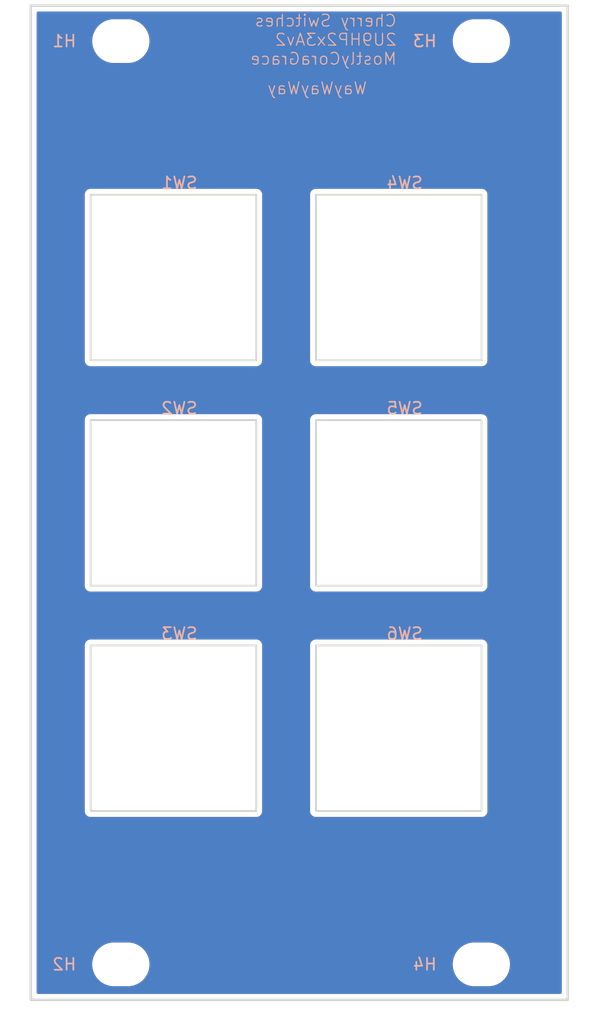
<source format=kicad_pcb>
(kicad_pcb (version 20241229) (generator "pcbnew") (generator_version "9.0")
  (layers (0 "F.Cu" signal) (2 "B.Cu" signal) (13 "F.Paste" user) (15 "B.Paste" user) (5 "F.SilkS" user "F.Silkscreen") (7 "B.SilkS" user "B.Silkscreen") (1 "F.Mask" user) (3 "B.Mask" user) (25 "Edge.Cuts" user))
  (net 0 "")
  (footprint "EXC:MountingHole_3.2mm_M3" (layer "F.Cu") (at 7.62 5.425)
    (property "Reference" "H1" (at -3.683 0 0) (layer "B.SilkS") (effects (justify left mirror)))
    (property "Value" "Eurorack_M3_MountingHole")
    (pad "" np_thru_hole oval (at 0 0) (size 4.34 3.2) (drill oval 4.34 3.2) (layers "*.Cu" "*.Mask"))
  )
  (footprint "EXC:SW_Cherry_MX_1.00u_Mount" (layer "F.Cu") (at 12.065 63.5125)
    (property "Reference" "SW3" (at 0.5 -8 0) (layer "B.SilkS") (effects (justify mirror)))
    (property "Value" "SW_SPST_MOUNT")
    (fp_rect (start -7 -7) (end 7 7) (stroke (width 0.15)) (fill no) (layer "Edge.Cuts"))
  )
  (footprint "EXC:SW_Cherry_MX_1.00u_Mount" (layer "F.Cu") (at 31.115 44.4625)
    (property "Reference" "SW5" (at 0.5 -8 0) (layer "B.SilkS") (effects (justify mirror)))
    (property "Value" "SW_SPST_MOUNT")
    (fp_rect (start -7 -7) (end 7 7) (stroke (width 0.15)) (fill no) (layer "Edge.Cuts"))
  )
  (footprint "EXC:MountingHole_3.2mm_M3" (layer "F.Cu") (at 38.1 5.425)
    (property "Reference" "H3" (at -3.683 0 0) (layer "B.SilkS") (effects (justify left mirror)))
    (property "Value" "Eurorack_M3_MountingHole")
    (pad "" np_thru_hole oval (at 0 0) (size 4.34 3.2) (drill oval 4.34 3.2) (layers "*.Cu" "*.Mask"))
  )
  (footprint "EXC:SW_Cherry_MX_1.00u_Mount" (layer "F.Cu") (at 31.115 25.4125)
    (property "Reference" "SW4" (at 0.5 -8 0) (layer "B.SilkS") (effects (justify mirror)))
    (property "Value" "SW_SPST_MOUNT")
    (fp_rect (start -7 -7) (end 7 7) (stroke (width 0.15)) (fill no) (layer "Edge.Cuts"))
  )
  (footprint "EXC:MountingHole_3.2mm_M3" (layer "F.Cu") (at 7.62 83.475)
    (property "Reference" "H2" (at -3.683 0 0) (layer "B.SilkS") (effects (justify left mirror)))
    (property "Value" "Eurorack_M3_MountingHole")
    (pad "" np_thru_hole oval (at 0 0) (size 4.34 3.2) (drill oval 4.34 3.2) (layers "*.Cu" "*.Mask"))
  )
  (footprint "EXC:SW_Cherry_MX_1.00u_Mount" (layer "F.Cu") (at 12.065 25.4125)
    (property "Reference" "SW1" (at 0.5 -8 0) (layer "B.SilkS") (effects (justify mirror)))
    (property "Value" "SW_SPST_MOUNT")
    (fp_rect (start -7 -7) (end 7 7) (stroke (width 0.15)) (fill no) (layer "Edge.Cuts"))
  )
  (footprint "EXC:SW_Cherry_MX_1.00u_Mount" (layer "F.Cu") (at 12.065 44.4625)
    (property "Reference" "SW2" (at 0.5 -8 0) (layer "B.SilkS") (effects (justify mirror)))
    (property "Value" "SW_SPST_MOUNT")
    (fp_rect (start -7 -7) (end 7 7) (stroke (width 0.15)) (fill no) (layer "Edge.Cuts"))
  )
  (footprint "EXC:MountingHole_3.2mm_M3" (layer "F.Cu") (at 38.1 83.475)
    (property "Reference" "H4" (at -3.683 0 0) (layer "B.SilkS") (effects (justify left mirror)))
    (property "Value" "Eurorack_M3_MountingHole")
    (pad "" np_thru_hole oval (at 0 0) (size 4.34 3.2) (drill oval 4.34 3.2) (layers "*.Cu" "*.Mask"))
  )
  (footprint "EXC:SW_Cherry_MX_1.00u_Mount" (layer "F.Cu") (at 31.115 63.5125)
    (property "Reference" "SW6" (at 0.5 -8 0) (layer "B.SilkS") (effects (justify mirror)))
    (property "Value" "SW_SPST_MOUNT")
    (fp_rect (start -7 -7) (end 7 7) (stroke (width 0.15)) (fill no) (layer "Edge.Cuts"))
  )
  (gr_rect (start 0 2.425) (end 45.4 86.475) (stroke (width 0.2)) (fill no) (layer "Edge.Cuts"))
  (gr_text "WayWayWay" (at 28.5 10 0) (layer "B.SilkS") (effects (font (size 1 1) (thickness 0.1)) (justify left bottom mirror)))
  (gr_text "Cherry Switches\n2U9HP2x3Av2\nMostlyCoraGrace" (at 31 7.5 0) (layer "B.SilkS") (effects (font (size 1 1) (thickness 0.1)) (justify left bottom mirror)))
  (zone (net 0) (net_name "") (layers "F.Cu" "B.Cu") (connect_pads (clearance 0.5)) (min_thickness 0.25) (fill yes (thermal_gap 0.5) (thermal_bridge_width 0.5) (island_removal_mode 1) (island_area_min 10))
    (polygon (pts (xy 0 2.425) (xy 45.4 2.425) (xy 45.4 86.475) (xy 0 86.475)))
  )
)
</source>
